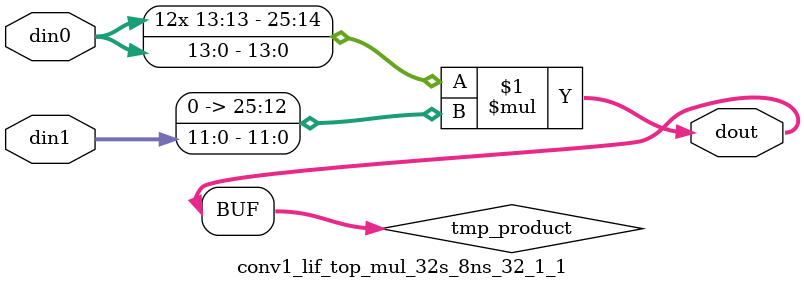
<source format=v>

`timescale 1 ns / 1 ps

  module conv1_lif_top_mul_32s_8ns_32_1_1(din0, din1, dout);
parameter ID = 1;
parameter NUM_STAGE = 0;
parameter din0_WIDTH = 14;
parameter din1_WIDTH = 12;
parameter dout_WIDTH = 26;

input [din0_WIDTH - 1 : 0] din0; 
input [din1_WIDTH - 1 : 0] din1; 
output [dout_WIDTH - 1 : 0] dout;

wire signed [dout_WIDTH - 1 : 0] tmp_product;












assign tmp_product = $signed(din0) * $signed({1'b0, din1});









assign dout = tmp_product;







endmodule

</source>
